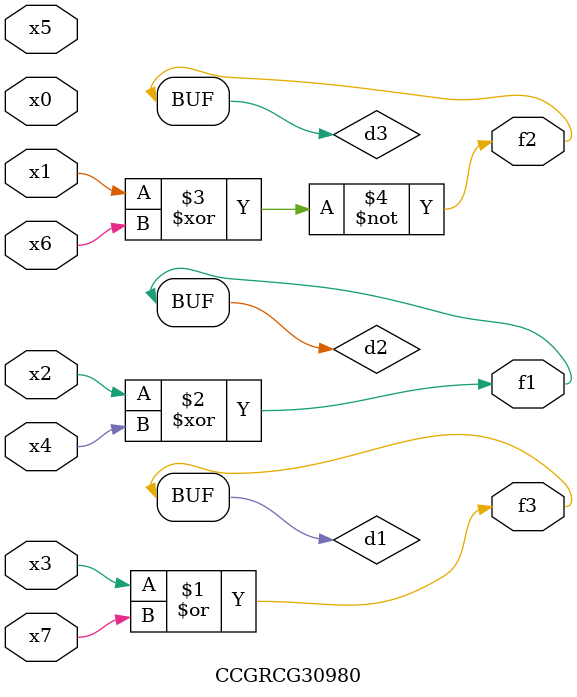
<source format=v>
module CCGRCG30980(
	input x0, x1, x2, x3, x4, x5, x6, x7,
	output f1, f2, f3
);

	wire d1, d2, d3;

	or (d1, x3, x7);
	xor (d2, x2, x4);
	xnor (d3, x1, x6);
	assign f1 = d2;
	assign f2 = d3;
	assign f3 = d1;
endmodule

</source>
